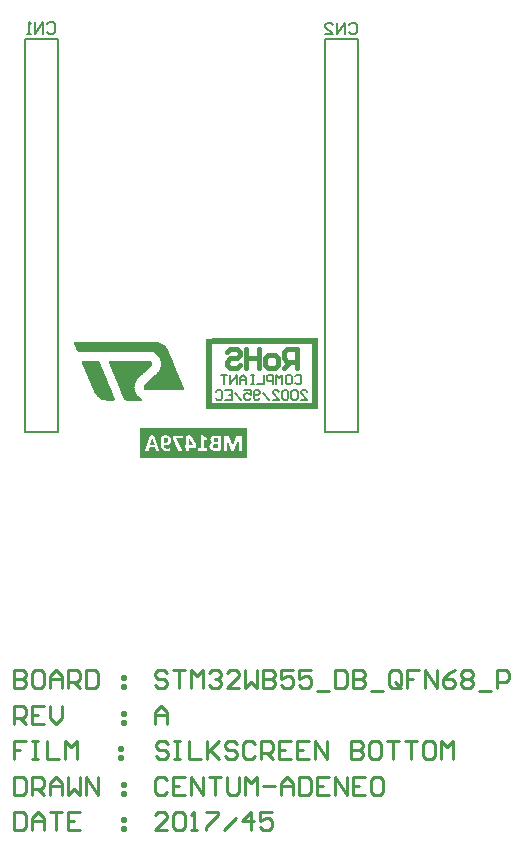
<source format=gbo>
G04 Layer_Color=32896*
%FSLAX44Y44*%
%MOMM*%
G71*
G01*
G75*
%ADD25C,0.4000*%
%ADD26C,0.2000*%
%ADD32C,0.2540*%
%ADD37C,0.0254*%
%ADD62R,0.5000X6.0000*%
%ADD63R,9.0000X0.5000*%
G36*
X197000Y5200D02*
X107000D01*
Y30200D01*
X197000D01*
Y5200D01*
D02*
G37*
%LPC*%
G36*
X174168Y24167D02*
X170488D01*
X170211Y24144D01*
X169887Y24121D01*
X169563Y24075D01*
X169216Y24029D01*
X168892Y23959D01*
X168846D01*
X168753Y23913D01*
X168591Y23867D01*
X168406Y23797D01*
X168174Y23705D01*
X167943Y23612D01*
X167712Y23473D01*
X167503Y23334D01*
X167480Y23311D01*
X167411Y23265D01*
X167295Y23173D01*
X167180Y23057D01*
X167041Y22918D01*
X166879Y22733D01*
X166740Y22548D01*
X166624Y22316D01*
X166601Y22293D01*
X166578Y22201D01*
X166532Y22085D01*
X166462Y21923D01*
X166416Y21692D01*
X166370Y21460D01*
X166346Y21182D01*
X166323Y20882D01*
Y20859D01*
Y20789D01*
Y20697D01*
X166346Y20581D01*
X166370Y20303D01*
X166462Y19979D01*
Y19956D01*
X166485Y19910D01*
X166508Y19840D01*
X166555Y19725D01*
X166647Y19493D01*
X166809Y19216D01*
Y19193D01*
X166856Y19169D01*
X166971Y19030D01*
X167156Y18845D01*
X167388Y18637D01*
X167411D01*
X167434Y18591D01*
X167503Y18545D01*
X167596Y18498D01*
X167827Y18360D01*
X168128Y18221D01*
X168105D01*
X168036Y18197D01*
X167943Y18174D01*
X167804Y18128D01*
X167480Y18012D01*
X167133Y17850D01*
X167110D01*
X167064Y17804D01*
X166971Y17758D01*
X166856Y17688D01*
X166601Y17480D01*
X166323Y17226D01*
X166300Y17203D01*
X166254Y17156D01*
X166208Y17064D01*
X166115Y16971D01*
X166046Y16832D01*
X165953Y16670D01*
X165768Y16300D01*
Y16277D01*
X165745Y16207D01*
X165699Y16092D01*
X165652Y15953D01*
X165629Y15768D01*
X165583Y15560D01*
X165560Y15097D01*
Y15074D01*
Y14981D01*
Y14842D01*
X165583Y14680D01*
X165606Y14495D01*
X165652Y14287D01*
X165768Y13847D01*
Y13824D01*
X165791Y13755D01*
X165837Y13639D01*
X165907Y13523D01*
X166069Y13199D01*
X166300Y12852D01*
X166323Y12829D01*
X166346Y12783D01*
X166416Y12714D01*
X166508Y12598D01*
X166763Y12366D01*
X167087Y12112D01*
X167110Y12089D01*
X167156Y12066D01*
X167272Y11996D01*
X167388Y11927D01*
X167527Y11857D01*
X167712Y11765D01*
X168105Y11603D01*
X168128D01*
X168198Y11580D01*
X168313Y11533D01*
X168452Y11510D01*
X168637Y11464D01*
X168846Y11418D01*
X169308Y11325D01*
X169331D01*
X169424Y11302D01*
X169540D01*
X169725Y11279D01*
X169933Y11256D01*
X170165D01*
X170442Y11233D01*
X174214D01*
X174353Y11256D01*
X174538Y11302D01*
X174723Y11418D01*
X174746Y11464D01*
X174816Y11557D01*
X174908Y11765D01*
X174931Y11880D01*
Y12042D01*
Y23334D01*
Y23358D01*
Y23404D01*
X174908Y23473D01*
Y23589D01*
X174839Y23774D01*
X174792Y23890D01*
X174723Y23959D01*
X174677Y23982D01*
X174561Y24075D01*
X174399Y24144D01*
X174168Y24167D01*
D02*
G37*
G36*
X192031D02*
X189856D01*
X189602Y24121D01*
X189347Y24075D01*
X189324D01*
X189301Y24052D01*
X189162Y24029D01*
X188977Y23936D01*
X188792Y23820D01*
X188769D01*
X188745Y23797D01*
X188653Y23705D01*
X188514Y23566D01*
X188375Y23358D01*
Y23334D01*
X188352Y23311D01*
X188283Y23173D01*
X188190Y22941D01*
X188097Y22663D01*
X185298Y14958D01*
X185251D01*
X182359Y22640D01*
Y22663D01*
X182336Y22710D01*
X182313Y22779D01*
X182290Y22895D01*
X182197Y23103D01*
X182081Y23334D01*
Y23358D01*
X182058Y23381D01*
X181966Y23520D01*
X181850Y23658D01*
X181711Y23820D01*
X181665Y23844D01*
X181572Y23913D01*
X181410Y24005D01*
X181225Y24075D01*
X181202D01*
X181179Y24098D01*
X181040Y24121D01*
X180832Y24144D01*
X180577Y24167D01*
X178657D01*
X178495Y24121D01*
X178356Y24075D01*
X178309Y24052D01*
X178240Y24029D01*
X178124Y23959D01*
X178032Y23867D01*
X178009Y23844D01*
X177962Y23774D01*
X177893Y23681D01*
X177824Y23543D01*
X177801Y23520D01*
X177777Y23427D01*
X177754Y23288D01*
Y23103D01*
Y11580D01*
Y11557D01*
Y11510D01*
X177777Y11441D01*
X177824Y11371D01*
X177870Y11325D01*
X177939Y11302D01*
X178032Y11256D01*
X178055D01*
X178124Y11233D01*
X178263D01*
X178425Y11209D01*
X178472D01*
X178587Y11186D01*
X178772Y11163D01*
X179235D01*
X179420Y11186D01*
X179629Y11209D01*
X179675D01*
X179767Y11233D01*
X179883D01*
X179999Y11256D01*
X180022D01*
X180068Y11279D01*
X180138Y11325D01*
X180207Y11371D01*
Y11394D01*
X180230Y11441D01*
X180253Y11580D01*
Y22108D01*
X180276D01*
X184025Y11580D01*
Y11557D01*
X184048Y11510D01*
X184164Y11348D01*
X184187D01*
X184233Y11302D01*
X184303Y11279D01*
X184418Y11233D01*
X184442D01*
X184511Y11209D01*
X184650D01*
X184812Y11186D01*
X184974D01*
X185136Y11163D01*
X185575D01*
X185760Y11186D01*
X185969Y11209D01*
X186015D01*
X186108Y11233D01*
X186223D01*
X186362Y11256D01*
X186385D01*
X186432Y11279D01*
X186593Y11371D01*
X186617Y11394D01*
X186640Y11441D01*
X186686Y11510D01*
X186709Y11580D01*
X190342Y22108D01*
Y11580D01*
Y11557D01*
Y11510D01*
X190365Y11441D01*
X190411Y11371D01*
X190458Y11325D01*
X190527Y11302D01*
X190620Y11256D01*
X190643D01*
X190712Y11233D01*
X190851D01*
X191013Y11209D01*
X191059D01*
X191175Y11186D01*
X191360Y11163D01*
X191823D01*
X192008Y11186D01*
X192216Y11209D01*
X192263D01*
X192355Y11233D01*
X192471D01*
X192610Y11256D01*
X192633D01*
X192679Y11279D01*
X192749Y11325D01*
X192795Y11371D01*
Y11394D01*
X192818Y11441D01*
X192841Y11580D01*
Y23103D01*
Y23126D01*
Y23196D01*
X192818Y23288D01*
Y23404D01*
X192725Y23658D01*
X192679Y23774D01*
X192586Y23890D01*
X192563Y23913D01*
X192540Y23936D01*
X192471Y23982D01*
X192401Y24029D01*
X192170Y24121D01*
X192031Y24167D01*
D02*
G37*
G36*
X148483Y24237D02*
X147627D01*
X147349Y24214D01*
X147071Y24191D01*
X147002D01*
X146863Y24167D01*
X146678Y24144D01*
X146493Y24121D01*
X146447D01*
X146354Y24098D01*
X146262Y24052D01*
X146169Y23982D01*
X146146Y23959D01*
X146100Y23936D01*
X146076Y23867D01*
X146053Y23797D01*
Y16022D01*
X144873D01*
X144804Y15999D01*
X144711Y15907D01*
X144665Y15860D01*
X144619Y15768D01*
X144595Y15722D01*
X144572Y15652D01*
X144549Y15583D01*
Y15467D01*
X144526Y15328D01*
X144503Y15143D01*
Y14958D01*
Y14935D01*
Y14865D01*
Y14773D01*
X144526Y14657D01*
X144549Y14403D01*
X144572Y14287D01*
X144619Y14171D01*
X144642Y14125D01*
X144688Y14056D01*
X144781Y13963D01*
X144827Y13940D01*
X144896Y13917D01*
X146053D01*
Y11557D01*
Y11533D01*
Y11510D01*
X146076Y11441D01*
X146123Y11371D01*
X146146D01*
X146169Y11325D01*
X146238Y11302D01*
X146354Y11256D01*
X146377D01*
X146447Y11233D01*
X146562D01*
X146724Y11209D01*
X146770D01*
X146886Y11186D01*
X147094Y11163D01*
X147557D01*
X147742Y11186D01*
X147951Y11209D01*
X147997D01*
X148090Y11233D01*
X148205D01*
X148344Y11256D01*
X148367D01*
X148413Y11279D01*
X148483Y11325D01*
X148529Y11371D01*
Y11394D01*
X148552Y11441D01*
X148575Y11557D01*
Y13917D01*
X153620D01*
X153782Y13940D01*
X153805D01*
X153851Y13986D01*
X153897Y14032D01*
X153967Y14102D01*
Y14125D01*
X154013Y14194D01*
X154036Y14287D01*
X154083Y14449D01*
Y14472D01*
Y14495D01*
Y14634D01*
X154106Y14819D01*
Y15097D01*
Y15120D01*
Y15143D01*
Y15282D01*
Y15444D01*
Y15629D01*
Y15652D01*
Y15675D01*
X154083Y15791D01*
Y15930D01*
X154059Y16069D01*
Y16092D01*
X154036Y16184D01*
X153990Y16300D01*
X153967Y16416D01*
X153944Y16439D01*
X153921Y16531D01*
X153851Y16647D01*
X153782Y16786D01*
X149755Y23867D01*
Y23890D01*
X149709Y23913D01*
X149663Y23982D01*
X149593Y24029D01*
X149570Y24052D01*
X149501Y24075D01*
X149408Y24098D01*
X149270Y24144D01*
X149223D01*
X149108Y24167D01*
X148946Y24191D01*
X148714Y24214D01*
X148575D01*
X148483Y24237D01*
D02*
G37*
G36*
X117823D02*
X116574D01*
X116412Y24214D01*
X116203D01*
X116065Y24191D01*
X115903Y24167D01*
X115741Y24121D01*
X115717D01*
X115625Y24075D01*
X115532Y24029D01*
X115463Y23959D01*
X115440Y23936D01*
X115417Y23890D01*
X115347Y23797D01*
X115301Y23681D01*
X111298Y12204D01*
Y12181D01*
X111275Y12135D01*
X111228Y11996D01*
X111182Y11811D01*
X111159Y11626D01*
Y11603D01*
Y11510D01*
Y11418D01*
X111228Y11325D01*
X111251Y11302D01*
X111321Y11279D01*
X111437Y11233D01*
X111622Y11209D01*
X111668D01*
X111737Y11186D01*
X111830D01*
X112061Y11163D01*
X112941D01*
X113195Y11186D01*
X113242D01*
X113357Y11209D01*
X113496D01*
X113635Y11233D01*
X113658D01*
X113704Y11256D01*
X113774Y11302D01*
X113843Y11348D01*
Y11371D01*
X113866Y11418D01*
X113936Y11557D01*
X114792Y14194D01*
X119674D01*
X120484Y11626D01*
Y11603D01*
X120507Y11557D01*
X120600Y11394D01*
X120623Y11371D01*
X120646Y11348D01*
X120716Y11302D01*
X120808Y11256D01*
X120831D01*
X120901Y11233D01*
X121039Y11209D01*
X121225Y11186D01*
X121410D01*
X121618Y11163D01*
X122173D01*
X122405Y11186D01*
X122636Y11209D01*
X122682D01*
X122775Y11233D01*
X122891Y11279D01*
X123006Y11325D01*
X123029Y11348D01*
X123053Y11418D01*
X123076Y11510D01*
Y11649D01*
Y11695D01*
X123029Y11788D01*
X122983Y11973D01*
X122914Y12204D01*
X118911Y23705D01*
Y23728D01*
X118888Y23797D01*
X118841Y23890D01*
X118795Y23959D01*
X118772Y23982D01*
X118726Y24029D01*
X118656Y24075D01*
X118540Y24121D01*
X118517Y24144D01*
X118402Y24167D01*
X118263Y24191D01*
X118055Y24214D01*
X117916D01*
X117823Y24237D01*
D02*
G37*
G36*
X142929Y24167D02*
X135062D01*
X134969Y24144D01*
X134877Y24121D01*
X134854D01*
X134808Y24075D01*
X134738Y24029D01*
X134692Y23959D01*
X134669Y23936D01*
X134646Y23867D01*
X134622Y23774D01*
X134576Y23612D01*
Y23566D01*
X134553Y23473D01*
X134530Y23288D01*
Y23034D01*
Y23010D01*
Y22987D01*
Y22872D01*
Y22710D01*
X134553Y22525D01*
Y22501D01*
X134576Y22409D01*
X134599Y22270D01*
X134622Y22131D01*
Y22108D01*
X134646Y22016D01*
X134669Y21900D01*
X134715Y21784D01*
Y21761D01*
X134738Y21668D01*
X134784Y21553D01*
X134854Y21414D01*
X139111Y11557D01*
Y11533D01*
X139158Y11487D01*
X139273Y11348D01*
X139297D01*
X139343Y11302D01*
X139435Y11279D01*
X139551Y11233D01*
X139574D01*
X139667Y11209D01*
X139806D01*
X139991Y11186D01*
X140176D01*
X140361Y11163D01*
X140939D01*
X141217Y11186D01*
X141495Y11209D01*
X141541D01*
X141657Y11233D01*
X141796Y11256D01*
X141934Y11302D01*
X141958Y11325D01*
X142004Y11348D01*
X142050Y11418D01*
X142096Y11487D01*
Y11510D01*
X142073Y11557D01*
X142050Y11649D01*
X142004Y11765D01*
X137399Y21877D01*
X142883D01*
X142976Y21900D01*
X143091Y21992D01*
X143138Y22039D01*
X143184Y22131D01*
Y22154D01*
X143207Y22178D01*
Y22247D01*
X143230Y22339D01*
X143253Y22478D01*
Y22617D01*
X143277Y22802D01*
Y23010D01*
Y23034D01*
Y23057D01*
Y23196D01*
Y23358D01*
X143253Y23520D01*
Y23566D01*
X143230Y23658D01*
X143207Y23774D01*
X143184Y23890D01*
X143161Y23913D01*
X143138Y23959D01*
X143091Y24029D01*
X143045Y24098D01*
X143022Y24121D01*
X142999Y24144D01*
X142929Y24167D01*
D02*
G37*
G36*
X159497Y24260D02*
X158710D01*
X158525Y24237D01*
X158479D01*
X158386Y24214D01*
X158271Y24191D01*
X158155Y24167D01*
X158132D01*
X158086Y24144D01*
X158039Y24121D01*
X157993Y24075D01*
X157970Y24052D01*
X157947Y23936D01*
Y13269D01*
X155818D01*
X155749Y13246D01*
X155702Y13199D01*
X155679D01*
X155656Y13153D01*
X155610Y13107D01*
X155563Y13014D01*
Y12991D01*
X155540Y12922D01*
X155517Y12829D01*
X155494Y12690D01*
Y12667D01*
X155471Y12575D01*
X155448Y12413D01*
Y12227D01*
Y12204D01*
Y12181D01*
Y12066D01*
X155471Y11904D01*
X155494Y11742D01*
Y11718D01*
X155517Y11626D01*
X155540Y11533D01*
X155587Y11441D01*
Y11418D01*
X155610Y11371D01*
X155656Y11325D01*
X155702Y11279D01*
X155749Y11256D01*
X155864Y11233D01*
X163037D01*
X163130Y11279D01*
X163176Y11325D01*
X163223Y11371D01*
X163269Y11441D01*
Y11464D01*
X163292Y11533D01*
X163315Y11626D01*
X163338Y11742D01*
Y11788D01*
Y11880D01*
X163361Y12042D01*
Y12227D01*
Y12251D01*
Y12274D01*
Y12390D01*
Y12551D01*
X163338Y12690D01*
Y12737D01*
X163315Y12806D01*
X163292Y12922D01*
X163269Y13014D01*
Y13037D01*
X163246Y13084D01*
X163200Y13153D01*
X163153Y13199D01*
X163130Y13223D01*
X163107Y13246D01*
X163061Y13269D01*
X160562D01*
Y21692D01*
X162644Y20535D01*
X162690Y20511D01*
X162783Y20465D01*
X162899Y20419D01*
X163037Y20396D01*
X163200D01*
X163269Y20442D01*
Y20465D01*
X163315Y20511D01*
X163338Y20604D01*
X163361Y20743D01*
Y20789D01*
Y20905D01*
X163385Y21067D01*
Y21321D01*
Y21344D01*
Y21368D01*
Y21460D01*
Y21599D01*
Y21715D01*
Y21738D01*
Y21807D01*
X163338Y21992D01*
Y22016D01*
X163315Y22062D01*
X163223Y22178D01*
X163200Y22201D01*
X163176Y22224D01*
X163037Y22316D01*
X160261Y24121D01*
X160238Y24144D01*
X160145Y24191D01*
X160122D01*
X160076Y24214D01*
X159914D01*
X159844Y24237D01*
X159590D01*
X159497Y24260D01*
D02*
G37*
G36*
X128490Y24399D02*
X128166D01*
X127958Y24376D01*
X127704Y24353D01*
X127449Y24306D01*
X126917Y24167D01*
X126894D01*
X126801Y24121D01*
X126685Y24075D01*
X126524Y24005D01*
X126153Y23820D01*
X125760Y23566D01*
X125737Y23543D01*
X125667Y23496D01*
X125598Y23427D01*
X125482Y23311D01*
X125343Y23173D01*
X125205Y23010D01*
X124950Y22640D01*
X124927Y22617D01*
X124904Y22548D01*
X124834Y22432D01*
X124765Y22270D01*
X124672Y22085D01*
X124603Y21877D01*
X124441Y21391D01*
Y21368D01*
X124418Y21275D01*
X124372Y21136D01*
X124348Y20951D01*
X124302Y20743D01*
X124256Y20488D01*
X124210Y20234D01*
X124186Y19933D01*
Y19887D01*
X124163Y19794D01*
Y19632D01*
X124140Y19424D01*
X124117Y19193D01*
Y18915D01*
X124094Y18614D01*
Y18290D01*
Y18244D01*
Y18151D01*
Y17989D01*
Y17781D01*
X124117Y17527D01*
X124140Y17249D01*
X124186Y16624D01*
Y16578D01*
X124210Y16485D01*
Y16323D01*
X124256Y16115D01*
X124279Y15860D01*
X124348Y15583D01*
X124487Y14981D01*
Y14935D01*
X124534Y14842D01*
X124580Y14680D01*
X124649Y14495D01*
X124742Y14241D01*
X124858Y13986D01*
X125112Y13431D01*
X125135Y13408D01*
X125182Y13315D01*
X125274Y13176D01*
X125390Y13014D01*
X125529Y12806D01*
X125714Y12598D01*
X125899Y12366D01*
X126130Y12158D01*
X126153Y12135D01*
X126246Y12066D01*
X126385Y11973D01*
X126547Y11857D01*
X126778Y11718D01*
X127033Y11580D01*
X127333Y11441D01*
X127657Y11302D01*
X127704Y11279D01*
X127819Y11256D01*
X128005Y11209D01*
X128259Y11163D01*
X128560Y11094D01*
X128907Y11047D01*
X129323Y11024D01*
X129763Y11001D01*
X130041D01*
X130318Y11024D01*
X130619Y11071D01*
X130642D01*
X130689Y11094D01*
X130781D01*
X130874Y11117D01*
X131128Y11163D01*
X131406Y11233D01*
X131429D01*
X131452Y11256D01*
X131614Y11279D01*
X131799Y11325D01*
X132008Y11394D01*
X132054Y11418D01*
X132146Y11464D01*
X132262Y11510D01*
X132355Y11580D01*
X132378Y11603D01*
X132401Y11672D01*
X132447Y11765D01*
X132493Y11904D01*
Y11950D01*
X132517Y12042D01*
X132540Y12227D01*
Y12459D01*
Y12482D01*
Y12528D01*
Y12667D01*
Y12829D01*
Y12991D01*
Y13037D01*
X132517Y13107D01*
X132493Y13199D01*
X132470Y13292D01*
Y13315D01*
X132447Y13361D01*
X132401Y13408D01*
X132378Y13431D01*
X132355D01*
X132331Y13454D01*
X132216Y13477D01*
X132123D01*
X132031Y13454D01*
X131892Y13408D01*
X131846D01*
X131730Y13361D01*
X131568Y13315D01*
X131336Y13246D01*
X131290D01*
X131221Y13223D01*
X131128Y13199D01*
X130897Y13153D01*
X130619Y13107D01*
X130550D01*
X130457Y13084D01*
X130365D01*
X130087Y13061D01*
X129740Y13037D01*
X129601D01*
X129439Y13061D01*
X129254Y13084D01*
X129023Y13107D01*
X128791Y13153D01*
X128560Y13223D01*
X128328Y13315D01*
X128305Y13338D01*
X128236Y13361D01*
X128120Y13431D01*
X127981Y13523D01*
X127843Y13639D01*
X127681Y13778D01*
X127380Y14125D01*
X127357Y14148D01*
X127310Y14217D01*
X127264Y14333D01*
X127171Y14472D01*
X127079Y14634D01*
X127009Y14842D01*
X126917Y15074D01*
X126847Y15305D01*
Y15328D01*
X126824Y15421D01*
X126801Y15560D01*
X126755Y15745D01*
X126732Y15953D01*
X126709Y16184D01*
X126662Y16717D01*
X126685Y16693D01*
X126755Y16670D01*
X126847Y16601D01*
X126963Y16531D01*
X127125Y16462D01*
X127333Y16370D01*
X127542Y16300D01*
X127773Y16207D01*
X127796D01*
X127889Y16184D01*
X128028Y16138D01*
X128190Y16115D01*
X128421Y16069D01*
X128675Y16022D01*
X128953Y15999D01*
X129416D01*
X129624Y16022D01*
X129856D01*
X130133Y16069D01*
X130434Y16115D01*
X130735Y16161D01*
X131013Y16254D01*
X131036Y16277D01*
X131128Y16300D01*
X131267Y16370D01*
X131429Y16462D01*
X131614Y16578D01*
X131823Y16693D01*
X132008Y16855D01*
X132193Y17040D01*
X132216Y17064D01*
X132262Y17133D01*
X132331Y17249D01*
X132447Y17388D01*
X132540Y17573D01*
X132655Y17781D01*
X132748Y18012D01*
X132841Y18267D01*
Y18290D01*
X132864Y18406D01*
X132887Y18545D01*
X132933Y18753D01*
X132956Y19007D01*
X133003Y19285D01*
X133026Y19586D01*
Y19933D01*
Y19979D01*
Y20095D01*
X133003Y20280D01*
X132979Y20511D01*
X132956Y20789D01*
X132910Y21090D01*
X132841Y21414D01*
X132748Y21715D01*
X132725Y21761D01*
X132702Y21853D01*
X132632Y21992D01*
X132517Y22201D01*
X132401Y22409D01*
X132262Y22663D01*
X132077Y22895D01*
X131892Y23126D01*
X131869Y23149D01*
X131776Y23219D01*
X131660Y23334D01*
X131498Y23473D01*
X131290Y23612D01*
X131059Y23774D01*
X130781Y23913D01*
X130480Y24052D01*
X130434Y24075D01*
X130318Y24098D01*
X130156Y24167D01*
X129902Y24237D01*
X129624Y24283D01*
X129277Y24353D01*
X128907Y24376D01*
X128490Y24399D01*
D02*
G37*
%LPD*%
G36*
X172363Y18845D02*
X170697D01*
X170581Y18868D01*
X170280Y18892D01*
X170141Y18915D01*
X170002Y18961D01*
X169979D01*
X169933Y18984D01*
X169794Y19054D01*
X169609Y19169D01*
X169424Y19331D01*
X169378Y19378D01*
X169285Y19493D01*
X169170Y19655D01*
X169077Y19887D01*
Y19910D01*
X169054Y19933D01*
X169031Y20002D01*
X169007Y20095D01*
X168984Y20303D01*
X168961Y20558D01*
Y20581D01*
Y20627D01*
Y20697D01*
X168984Y20789D01*
X169007Y21021D01*
X169100Y21252D01*
Y21275D01*
X169123Y21298D01*
X169193Y21437D01*
X169308Y21599D01*
X169470Y21761D01*
X169517Y21807D01*
X169632Y21877D01*
X169817Y21992D01*
X170072Y22085D01*
X170095D01*
X170141Y22108D01*
X170211Y22131D01*
X170326Y22154D01*
X170465D01*
X170627Y22178D01*
X170812Y22201D01*
X172363D01*
Y18845D01*
D02*
G37*
G36*
Y13246D02*
X170280D01*
X170141Y13269D01*
X169841Y13292D01*
X169540Y13338D01*
X169517D01*
X169470Y13361D01*
X169401Y13384D01*
X169308Y13431D01*
X169100Y13523D01*
X168892Y13685D01*
X168869D01*
X168846Y13732D01*
X168730Y13847D01*
X168591Y14009D01*
X168452Y14241D01*
Y14264D01*
X168429Y14310D01*
X168406Y14380D01*
X168360Y14472D01*
X168313Y14704D01*
X168290Y15004D01*
Y15027D01*
Y15074D01*
Y15166D01*
X168313Y15282D01*
X168360Y15537D01*
X168452Y15814D01*
Y15837D01*
X168475Y15884D01*
X168568Y16022D01*
X168707Y16231D01*
X168892Y16416D01*
X168915D01*
X168938Y16462D01*
X169007Y16508D01*
X169100Y16555D01*
X169331Y16670D01*
X169655Y16786D01*
X169678D01*
X169725Y16809D01*
X169841Y16832D01*
X169956Y16855D01*
X170141Y16879D01*
X170326Y16902D01*
X170558Y16925D01*
X172363D01*
Y13246D01*
D02*
G37*
G36*
X152000Y16022D02*
X148575D01*
Y21969D01*
X148598D01*
X152000Y16022D01*
D02*
G37*
G36*
X119073Y16207D02*
X115417D01*
X117245Y21715D01*
X119073Y16207D01*
D02*
G37*
G36*
X128907Y22363D02*
X129161Y22316D01*
X129439Y22201D01*
X129462D01*
X129485Y22178D01*
X129647Y22085D01*
X129832Y21946D01*
X130018Y21738D01*
Y21715D01*
X130041Y21692D01*
X130087Y21622D01*
X130133Y21530D01*
X130249Y21298D01*
X130342Y21021D01*
Y20997D01*
X130365Y20951D01*
Y20859D01*
X130388Y20743D01*
X130411Y20465D01*
X130434Y20118D01*
Y20095D01*
Y20025D01*
Y19933D01*
X130411Y19794D01*
X130388Y19493D01*
X130342Y19169D01*
Y19146D01*
X130318Y19100D01*
X130295Y19030D01*
X130272Y18938D01*
X130180Y18730D01*
X130064Y18498D01*
X130018Y18452D01*
X129925Y18360D01*
X129740Y18221D01*
X129532Y18105D01*
X129508D01*
X129462Y18082D01*
X129393Y18059D01*
X129300D01*
X129046Y18012D01*
X128722Y17989D01*
X128513D01*
X128375Y18012D01*
X128213Y18036D01*
X128028Y18059D01*
X127634Y18151D01*
X127611D01*
X127542Y18174D01*
X127449Y18221D01*
X127333Y18290D01*
X127033Y18429D01*
X126709Y18614D01*
Y18637D01*
Y18660D01*
Y18799D01*
Y19007D01*
X126732Y19239D01*
Y19540D01*
X126755Y19840D01*
X126801Y20141D01*
X126847Y20419D01*
Y20442D01*
X126871Y20535D01*
X126894Y20673D01*
X126940Y20835D01*
X127033Y21206D01*
X127102Y21391D01*
X127195Y21576D01*
Y21599D01*
X127241Y21645D01*
X127287Y21715D01*
X127357Y21830D01*
X127542Y22016D01*
X127657Y22131D01*
X127796Y22201D01*
X127819D01*
X127866Y22224D01*
X127935Y22270D01*
X128028Y22293D01*
X128282Y22363D01*
X128629Y22386D01*
X128791D01*
X128907Y22363D01*
D02*
G37*
D25*
X239300Y81500D02*
Y97495D01*
X231303D01*
X228637Y94829D01*
Y89497D01*
X231303Y86832D01*
X239300D01*
X233968D02*
X228637Y81500D01*
X220639D02*
X215308D01*
X212642Y84166D01*
Y89497D01*
X215308Y92163D01*
X220639D01*
X223305Y89497D01*
Y84166D01*
X220639Y81500D01*
X207310Y97495D02*
Y81500D01*
Y89497D01*
X196647D01*
Y97495D01*
Y81500D01*
X180652Y94829D02*
X183318Y97495D01*
X188650D01*
X191316Y94829D01*
Y92163D01*
X188650Y89497D01*
X183318D01*
X180652Y86832D01*
Y84166D01*
X183318Y81500D01*
X188650D01*
X191316Y84166D01*
D26*
X9030Y27230D02*
Y359970D01*
Y27230D02*
X36970D01*
Y359970D01*
X9030D02*
X36970D01*
X263030Y27230D02*
Y359970D01*
Y27230D02*
X290970D01*
Y359970D01*
X263030D02*
X290970D01*
X27736Y372831D02*
X29402Y374497D01*
X32734D01*
X34400Y372831D01*
Y366166D01*
X32734Y364500D01*
X29402D01*
X27736Y366166D01*
X24403Y364500D02*
Y374497D01*
X17739Y364500D01*
Y374497D01*
X14406Y364500D02*
X11074D01*
X12740D01*
Y374497D01*
X14406Y372831D01*
X283435Y372131D02*
X285102Y373797D01*
X288434D01*
X290100Y372131D01*
Y365466D01*
X288434Y363800D01*
X285102D01*
X283435Y365466D01*
X280103Y363800D02*
Y373797D01*
X273439Y363800D01*
Y373797D01*
X263442Y363800D02*
X270106D01*
X263442Y370465D01*
Y372131D01*
X265108Y373797D01*
X268440D01*
X270106Y372131D01*
X242964Y54562D02*
X248296D01*
X242964Y59894D01*
Y61227D01*
X244297Y62559D01*
X246963D01*
X248296Y61227D01*
X240299D02*
X238966Y62559D01*
X236300D01*
X234967Y61227D01*
Y55895D01*
X236300Y54562D01*
X238966D01*
X240299Y55895D01*
Y61227D01*
X232301D02*
X230968Y62559D01*
X228302D01*
X226970Y61227D01*
Y55895D01*
X228302Y54562D01*
X230968D01*
X232301Y55895D01*
Y61227D01*
X218972Y54562D02*
X224304D01*
X218972Y59894D01*
Y61227D01*
X220305Y62559D01*
X222971D01*
X224304Y61227D01*
X216306Y54562D02*
X210975Y59894D01*
X208309Y55895D02*
X206976Y54562D01*
X204310D01*
X202977Y55895D01*
Y61227D01*
X204310Y62559D01*
X206976D01*
X208309Y61227D01*
Y59894D01*
X206976Y58561D01*
X202977D01*
X194980Y62559D02*
X200312D01*
Y58561D01*
X197646Y59894D01*
X196313D01*
X194980Y58561D01*
Y55895D01*
X196313Y54562D01*
X198979D01*
X200312Y55895D01*
X192314Y54562D02*
X186982Y59894D01*
X178985Y62559D02*
X184317D01*
Y54562D01*
X178985D01*
X184317Y58561D02*
X181651D01*
X170988Y61227D02*
X172320Y62559D01*
X174986D01*
X176319Y61227D01*
Y55895D01*
X174986Y54562D01*
X172320D01*
X170988Y55895D01*
X237968Y74165D02*
X239301Y75497D01*
X241967D01*
X243300Y74165D01*
Y68833D01*
X241967Y67500D01*
X239301D01*
X237968Y68833D01*
X231304Y75497D02*
X233970D01*
X235303Y74165D01*
Y68833D01*
X233970Y67500D01*
X231304D01*
X229971Y68833D01*
Y74165D01*
X231304Y75497D01*
X227305Y67500D02*
Y75497D01*
X224639Y72832D01*
X221973Y75497D01*
Y67500D01*
X219308D02*
Y75497D01*
X215309D01*
X213976Y74165D01*
Y71499D01*
X215309Y70166D01*
X219308D01*
X211310Y75497D02*
Y67500D01*
X205979D01*
X203313Y75497D02*
X200647D01*
X201980D01*
Y67500D01*
X203313D01*
X200647D01*
X196648D02*
Y72832D01*
X193983Y75497D01*
X191317Y72832D01*
Y67500D01*
Y71499D01*
X196648D01*
X188651Y67500D02*
Y75497D01*
X183319Y67500D01*
Y75497D01*
X180653D02*
X175322D01*
X177988D01*
Y67500D01*
D32*
X130157Y-237304D02*
X127618Y-234765D01*
X122539D01*
X120000Y-237304D01*
Y-239843D01*
X122539Y-242383D01*
X127618D01*
X130157Y-244922D01*
Y-247461D01*
X127618Y-250000D01*
X122539D01*
X120000Y-247461D01*
X135235Y-234765D02*
X140313D01*
X137774D01*
Y-250000D01*
X135235D01*
X140313D01*
X147931Y-234765D02*
Y-250000D01*
X158088D01*
X163166Y-234765D02*
Y-250000D01*
Y-244922D01*
X173323Y-234765D01*
X165705Y-242383D01*
X173323Y-250000D01*
X188558Y-237304D02*
X186019Y-234765D01*
X180940D01*
X178401Y-237304D01*
Y-239843D01*
X180940Y-242383D01*
X186019D01*
X188558Y-244922D01*
Y-247461D01*
X186019Y-250000D01*
X180940D01*
X178401Y-247461D01*
X203793Y-237304D02*
X201254Y-234765D01*
X196175D01*
X193636Y-237304D01*
Y-247461D01*
X196175Y-250000D01*
X201254D01*
X203793Y-247461D01*
X208871Y-250000D02*
Y-234765D01*
X216489D01*
X219028Y-237304D01*
Y-242383D01*
X216489Y-244922D01*
X208871D01*
X213950D02*
X219028Y-250000D01*
X234263Y-234765D02*
X224106D01*
Y-250000D01*
X234263D01*
X224106Y-242383D02*
X229185D01*
X249498Y-234765D02*
X239341D01*
Y-250000D01*
X249498D01*
X239341Y-242383D02*
X244420D01*
X254576Y-250000D02*
Y-234765D01*
X264733Y-250000D01*
Y-234765D01*
X285047D02*
Y-250000D01*
X292664D01*
X295203Y-247461D01*
Y-244922D01*
X292664Y-242383D01*
X285047D01*
X292664D01*
X295203Y-239843D01*
Y-237304D01*
X292664Y-234765D01*
X285047D01*
X307899D02*
X302821D01*
X300282Y-237304D01*
Y-247461D01*
X302821Y-250000D01*
X307899D01*
X310438Y-247461D01*
Y-237304D01*
X307899Y-234765D01*
X315517D02*
X325673D01*
X320595D01*
Y-250000D01*
X330752Y-234765D02*
X340909D01*
X335830D01*
Y-250000D01*
X353604Y-234765D02*
X348526D01*
X345987Y-237304D01*
Y-247461D01*
X348526Y-250000D01*
X353604D01*
X356144Y-247461D01*
Y-237304D01*
X353604Y-234765D01*
X361222Y-250000D02*
Y-234765D01*
X366300Y-239843D01*
X371379Y-234765D01*
Y-250000D01*
X0Y-174765D02*
Y-190000D01*
X7617D01*
X10157Y-187461D01*
Y-184922D01*
X7617Y-182383D01*
X0D01*
X7617D01*
X10157Y-179843D01*
Y-177304D01*
X7617Y-174765D01*
X0D01*
X22853D02*
X17774D01*
X15235Y-177304D01*
Y-187461D01*
X17774Y-190000D01*
X22853D01*
X25392Y-187461D01*
Y-177304D01*
X22853Y-174765D01*
X30470Y-190000D02*
Y-179843D01*
X35549Y-174765D01*
X40627Y-179843D01*
Y-190000D01*
Y-182383D01*
X30470D01*
X45705Y-190000D02*
Y-174765D01*
X53323D01*
X55862Y-177304D01*
Y-182383D01*
X53323Y-184922D01*
X45705D01*
X50784D02*
X55862Y-190000D01*
X60940Y-174765D02*
Y-190000D01*
X68558D01*
X71097Y-187461D01*
Y-177304D01*
X68558Y-174765D01*
X60940D01*
X91410Y-179843D02*
X93950D01*
Y-182383D01*
X91410D01*
Y-179843D01*
Y-187461D02*
X93950D01*
Y-190000D01*
X91410D01*
Y-187461D01*
X129498Y-177304D02*
X126959Y-174765D01*
X121881D01*
X119341Y-177304D01*
Y-179843D01*
X121881Y-182383D01*
X126959D01*
X129498Y-184922D01*
Y-187461D01*
X126959Y-190000D01*
X121881D01*
X119341Y-187461D01*
X134577Y-174765D02*
X144733D01*
X139655D01*
Y-190000D01*
X149811D02*
Y-174765D01*
X154890Y-179843D01*
X159968Y-174765D01*
Y-190000D01*
X165047Y-177304D02*
X167586Y-174765D01*
X172664D01*
X175203Y-177304D01*
Y-179843D01*
X172664Y-182383D01*
X170125D01*
X172664D01*
X175203Y-184922D01*
Y-187461D01*
X172664Y-190000D01*
X167586D01*
X165047Y-187461D01*
X190438Y-190000D02*
X180282D01*
X190438Y-179843D01*
Y-177304D01*
X187899Y-174765D01*
X182821D01*
X180282Y-177304D01*
X195517Y-174765D02*
Y-190000D01*
X200595Y-184922D01*
X205674Y-190000D01*
Y-174765D01*
X210752D02*
Y-190000D01*
X218369D01*
X220909Y-187461D01*
Y-184922D01*
X218369Y-182383D01*
X210752D01*
X218369D01*
X220909Y-179843D01*
Y-177304D01*
X218369Y-174765D01*
X210752D01*
X236144D02*
X225987D01*
Y-182383D01*
X231065Y-179843D01*
X233604D01*
X236144Y-182383D01*
Y-187461D01*
X233604Y-190000D01*
X228526D01*
X225987Y-187461D01*
X251379Y-174765D02*
X241222D01*
Y-182383D01*
X246300Y-179843D01*
X248839D01*
X251379Y-182383D01*
Y-187461D01*
X248839Y-190000D01*
X243761D01*
X241222Y-187461D01*
X256457Y-192539D02*
X266614D01*
X271692Y-174765D02*
Y-190000D01*
X279310D01*
X281849Y-187461D01*
Y-177304D01*
X279310Y-174765D01*
X271692D01*
X286927D02*
Y-190000D01*
X294545D01*
X297084Y-187461D01*
Y-184922D01*
X294545Y-182383D01*
X286927D01*
X294545D01*
X297084Y-179843D01*
Y-177304D01*
X294545Y-174765D01*
X286927D01*
X302162Y-192539D02*
X312319D01*
X327554Y-187461D02*
Y-177304D01*
X325015Y-174765D01*
X319937D01*
X317397Y-177304D01*
Y-187461D01*
X319937Y-190000D01*
X325015D01*
X322476Y-184922D02*
X327554Y-190000D01*
X325015D02*
X327554Y-187461D01*
X342789Y-174765D02*
X332632D01*
Y-182383D01*
X337711D01*
X332632D01*
Y-190000D01*
X347868D02*
Y-174765D01*
X358024Y-190000D01*
Y-174765D01*
X373259D02*
X368181Y-177304D01*
X363103Y-182383D01*
Y-187461D01*
X365642Y-190000D01*
X370720D01*
X373259Y-187461D01*
Y-184922D01*
X370720Y-182383D01*
X363103D01*
X378338Y-177304D02*
X380877Y-174765D01*
X385955D01*
X388494Y-177304D01*
Y-179843D01*
X385955Y-182383D01*
X388494Y-184922D01*
Y-187461D01*
X385955Y-190000D01*
X380877D01*
X378338Y-187461D01*
Y-184922D01*
X380877Y-182383D01*
X378338Y-179843D01*
Y-177304D01*
X380877Y-182383D02*
X385955D01*
X393573Y-192539D02*
X403729D01*
X408808Y-190000D02*
Y-174765D01*
X416425D01*
X418965Y-177304D01*
Y-182383D01*
X416425Y-184922D01*
X408808D01*
X0Y-220000D02*
Y-204765D01*
X7617D01*
X10157Y-207304D01*
Y-212383D01*
X7617Y-214922D01*
X0D01*
X5078D02*
X10157Y-220000D01*
X25392Y-204765D02*
X15235D01*
Y-220000D01*
X25392D01*
X15235Y-212383D02*
X20313D01*
X30470Y-204765D02*
Y-214922D01*
X35549Y-220000D01*
X40627Y-214922D01*
Y-204765D01*
X91410Y-209843D02*
X93950D01*
Y-212383D01*
X91410D01*
Y-209843D01*
Y-217461D02*
X93950D01*
Y-220000D01*
X91410D01*
Y-217461D01*
X119341Y-220000D02*
Y-209843D01*
X124420Y-204765D01*
X129498Y-209843D01*
Y-220000D01*
Y-212383D01*
X119341D01*
X10157Y-234765D02*
X0D01*
Y-242383D01*
X5078D01*
X0D01*
Y-250000D01*
X15235Y-234765D02*
X20313D01*
X17774D01*
Y-250000D01*
X15235D01*
X20313D01*
X27931Y-234765D02*
Y-250000D01*
X38088D01*
X43166D02*
Y-234765D01*
X48244Y-239843D01*
X53323Y-234765D01*
Y-250000D01*
X88871Y-239843D02*
X91410D01*
Y-242383D01*
X88871D01*
Y-239843D01*
Y-247461D02*
X91410D01*
Y-250000D01*
X88871D01*
Y-247461D01*
X0Y-264765D02*
Y-280000D01*
X7617D01*
X10157Y-277461D01*
Y-267304D01*
X7617Y-264765D01*
X0D01*
X15235Y-280000D02*
Y-264765D01*
X22853D01*
X25392Y-267304D01*
Y-272383D01*
X22853Y-274922D01*
X15235D01*
X20313D02*
X25392Y-280000D01*
X30470D02*
Y-269843D01*
X35549Y-264765D01*
X40627Y-269843D01*
Y-280000D01*
Y-272383D01*
X30470D01*
X45705Y-264765D02*
Y-280000D01*
X50784Y-274922D01*
X55862Y-280000D01*
Y-264765D01*
X60940Y-280000D02*
Y-264765D01*
X71097Y-280000D01*
Y-264765D01*
X91410Y-269843D02*
X93950D01*
Y-272383D01*
X91410D01*
Y-269843D01*
Y-277461D02*
X93950D01*
Y-280000D01*
X91410D01*
Y-277461D01*
X129498Y-267304D02*
X126959Y-264765D01*
X121881D01*
X119341Y-267304D01*
Y-277461D01*
X121881Y-280000D01*
X126959D01*
X129498Y-277461D01*
X144733Y-264765D02*
X134577D01*
Y-280000D01*
X144733D01*
X134577Y-272383D02*
X139655D01*
X149811Y-280000D02*
Y-264765D01*
X159968Y-280000D01*
Y-264765D01*
X165047D02*
X175203D01*
X170125D01*
Y-280000D01*
X180282Y-264765D02*
Y-277461D01*
X182821Y-280000D01*
X187899D01*
X190438Y-277461D01*
Y-264765D01*
X195517Y-280000D02*
Y-264765D01*
X200595Y-269843D01*
X205674Y-264765D01*
Y-280000D01*
X210752Y-272383D02*
X220909D01*
X225987Y-280000D02*
Y-269843D01*
X231065Y-264765D01*
X236144Y-269843D01*
Y-280000D01*
Y-272383D01*
X225987D01*
X241222Y-264765D02*
Y-280000D01*
X248839D01*
X251379Y-277461D01*
Y-267304D01*
X248839Y-264765D01*
X241222D01*
X266614D02*
X256457D01*
Y-280000D01*
X266614D01*
X256457Y-272383D02*
X261535D01*
X271692Y-280000D02*
Y-264765D01*
X281849Y-280000D01*
Y-264765D01*
X297084D02*
X286927D01*
Y-280000D01*
X297084D01*
X286927Y-272383D02*
X292006D01*
X309780Y-264765D02*
X304701D01*
X302162Y-267304D01*
Y-277461D01*
X304701Y-280000D01*
X309780D01*
X312319Y-277461D01*
Y-267304D01*
X309780Y-264765D01*
X0Y-294765D02*
Y-310000D01*
X7617D01*
X10157Y-307461D01*
Y-297304D01*
X7617Y-294765D01*
X0D01*
X15235Y-310000D02*
Y-299843D01*
X20313Y-294765D01*
X25392Y-299843D01*
Y-310000D01*
Y-302383D01*
X15235D01*
X30470Y-294765D02*
X40627D01*
X35549D01*
Y-310000D01*
X55862Y-294765D02*
X45705D01*
Y-310000D01*
X55862D01*
X45705Y-302383D02*
X50784D01*
X91410Y-299843D02*
X93950D01*
Y-302383D01*
X91410D01*
Y-299843D01*
Y-307461D02*
X93950D01*
Y-310000D01*
X91410D01*
Y-307461D01*
X129498Y-310000D02*
X119341D01*
X129498Y-299843D01*
Y-297304D01*
X126959Y-294765D01*
X121881D01*
X119341Y-297304D01*
X134577D02*
X137116Y-294765D01*
X142194D01*
X144733Y-297304D01*
Y-307461D01*
X142194Y-310000D01*
X137116D01*
X134577Y-307461D01*
Y-297304D01*
X149811Y-310000D02*
X154890D01*
X152351D01*
Y-294765D01*
X149811Y-297304D01*
X162507Y-294765D02*
X172664D01*
Y-297304D01*
X162507Y-307461D01*
Y-310000D01*
X177743D02*
X187899Y-299843D01*
X200595Y-310000D02*
Y-294765D01*
X192978Y-302383D01*
X203134D01*
X218369Y-294765D02*
X208213D01*
Y-302383D01*
X213291Y-299843D01*
X215830D01*
X218369Y-302383D01*
Y-307461D01*
X215830Y-310000D01*
X210752D01*
X208213Y-307461D01*
D37*
X51618Y103454D02*
X119944D01*
X51110Y103200D02*
X120960D01*
X51110Y102946D02*
X122230D01*
X51110Y102692D02*
X122738D01*
X51110Y102438D02*
X123500D01*
X51110Y102184D02*
X124008D01*
X51110Y101930D02*
X124516D01*
X51110Y101676D02*
X125024D01*
X51364Y101422D02*
X125278D01*
X51364Y101168D02*
X125786D01*
X51618Y100914D02*
X126040D01*
X51618Y100660D02*
X126548D01*
X51618Y100406D02*
X126802D01*
X51872Y100152D02*
X127056D01*
X51872Y99898D02*
X127310D01*
X52126Y99644D02*
X127564D01*
X52126Y99390D02*
X127818D01*
X52380Y99136D02*
X128072D01*
X52380Y98882D02*
X128072D01*
X52380Y98628D02*
X128326D01*
X52634Y98374D02*
X128580D01*
X52634Y98120D02*
X128580D01*
X52634Y97866D02*
X128834D01*
X52888Y97612D02*
X129088D01*
X52888Y97358D02*
X129088D01*
X53142Y97104D02*
X129342D01*
X53142Y96850D02*
X129596D01*
X53396Y96596D02*
X129596D01*
X53650Y96342D02*
X129596D01*
X54158Y96088D02*
X129850D01*
X115626Y95834D02*
X129850D01*
X116388Y95580D02*
X129850D01*
X117404Y95326D02*
X130104D01*
X118166Y95072D02*
X130358D01*
X118420Y94818D02*
X130358D01*
X118674Y94564D02*
X130358D01*
X119182Y94310D02*
X130612D01*
X119690Y94056D02*
X130612D01*
X120198Y93802D02*
X130612D01*
X120452Y93548D02*
X130866D01*
X120706Y93294D02*
X130866D01*
X120960Y93040D02*
X131120D01*
X121214Y92786D02*
X131120D01*
X121468Y92532D02*
X131374D01*
X121722Y92278D02*
X131374D01*
X121976Y92024D02*
X131628D01*
X122230Y91770D02*
X131628D01*
X122484Y91516D02*
X131628D01*
X122484Y91262D02*
X131882D01*
X122738Y91008D02*
X131882D01*
X122992Y90754D02*
X131882D01*
X122992Y90500D02*
X132136D01*
X122992Y90246D02*
X132136D01*
X123246Y89992D02*
X132390D01*
X123500Y89738D02*
X132390D01*
X123500Y89484D02*
X132644D01*
X123754Y89230D02*
X132644D01*
X123754Y88976D02*
X132644D01*
X123754Y88722D02*
X132898D01*
X124008Y88468D02*
X132898D01*
X124008Y88214D02*
X133152D01*
X124008Y87960D02*
X133152D01*
X124262Y87706D02*
X133406D01*
X124262Y87452D02*
X133406D01*
X124262Y87198D02*
X133406D01*
X80828D02*
X114356D01*
X57968D02*
X70922D01*
X124262Y86944D02*
X133660D01*
X80574D02*
X114864D01*
X57714D02*
X71176D01*
X124516Y86690D02*
X133660D01*
X80574D02*
X115118D01*
X57714D02*
X71430D01*
X124516Y86436D02*
X133660D01*
X80574D02*
X115372D01*
X57714D02*
X71684D01*
X124516Y86182D02*
X133914D01*
X80574D02*
X115626D01*
X57460D02*
X71684D01*
X124262Y85928D02*
X133914D01*
X80574D02*
X115626D01*
X57460D02*
X71938D01*
X124516Y85674D02*
X134168D01*
X80828D02*
X115880D01*
X57714D02*
X71938D01*
X124516Y85420D02*
X134168D01*
X80828D02*
X115880D01*
X57968D02*
X72192D01*
X124516Y85166D02*
X134422D01*
X80828D02*
X115880D01*
X57968D02*
X72192D01*
X124516Y84912D02*
X134422D01*
X81082D02*
X115880D01*
X57968D02*
X72192D01*
X124516Y84658D02*
X134676D01*
X81336D02*
X115626D01*
X58222D02*
X72446D01*
X124516Y84404D02*
X134676D01*
X81336D02*
X115626D01*
X58222D02*
X72446D01*
X124516Y84150D02*
X134676D01*
X81336D02*
X115626D01*
X58476D02*
X72700D01*
X124516Y83896D02*
X134930D01*
X81590D02*
X115626D01*
X58476D02*
X72700D01*
X124516Y83642D02*
X134930D01*
X81590D02*
X115372D01*
X58476D02*
X72954D01*
X124516Y83388D02*
X134930D01*
X81590D02*
X115372D01*
X58730D02*
X72954D01*
X124516Y83134D02*
X135184D01*
X81844D02*
X115118D01*
X58730D02*
X72954D01*
X124262Y82880D02*
X135184D01*
X81844D02*
X114864D01*
X58984D02*
X73208D01*
X124262Y82626D02*
X135438D01*
X82098D02*
X114610D01*
X58984D02*
X73208D01*
X124008Y82372D02*
X135438D01*
X82098D02*
X114102D01*
X59238D02*
X73208D01*
X124008Y82118D02*
X135692D01*
X82098D02*
X113848D01*
X59238D02*
X73462D01*
X124008Y81864D02*
X135692D01*
X82352D02*
X113594D01*
X59238D02*
X73462D01*
X123754Y81610D02*
X135692D01*
X82352D02*
X113340D01*
X59492D02*
X73716D01*
X123754Y81356D02*
X135946D01*
X82606D02*
X113086D01*
X59492D02*
X73716D01*
X123754Y81102D02*
X135946D01*
X82606D02*
X112832D01*
X59746D02*
X73970D01*
X123500Y80848D02*
X136200D01*
X82606D02*
X112578D01*
X59746D02*
X73970D01*
X123500Y80594D02*
X136200D01*
X82860D02*
X112324D01*
X59746D02*
X74224D01*
X123246Y80340D02*
X136200D01*
X82860D02*
X112070D01*
X60000D02*
X74224D01*
X123246Y80086D02*
X136454D01*
X83114D02*
X111816D01*
X60000D02*
X74224D01*
X122992Y79832D02*
X136454D01*
X83114D02*
X111562D01*
X60254D02*
X74478D01*
X122992Y79578D02*
X136708D01*
X83368D02*
X111308D01*
X60254D02*
X74478D01*
X122738Y79324D02*
X136708D01*
X83368D02*
X111054D01*
X60508D02*
X74732D01*
X122738Y79070D02*
X136962D01*
X83368D02*
X110800D01*
X60508D02*
X74732D01*
X122484Y78816D02*
X136962D01*
X83622D02*
X110546D01*
X60508D02*
X74732D01*
X122484Y78562D02*
X136962D01*
X83622D02*
X110292D01*
X60762D02*
X74986D01*
X122230Y78308D02*
X137216D01*
X83622D02*
X109784D01*
X60762D02*
X74986D01*
X121976Y78054D02*
X137216D01*
X83876D02*
X109530D01*
X61016D02*
X75240D01*
X121722Y77800D02*
X137470D01*
X83876D02*
X109276D01*
X61016D02*
X75240D01*
X121468Y77546D02*
X137470D01*
X84130D02*
X109022D01*
X61270D02*
X75494D01*
X121214Y77292D02*
X137470D01*
X84130D02*
X108768D01*
X61270D02*
X75494D01*
X120960Y77038D02*
X137724D01*
X84384D02*
X108514D01*
X61270D02*
X75494D01*
X120706Y76784D02*
X137724D01*
X84384D02*
X108260D01*
X61524D02*
X75748D01*
X120452Y76530D02*
X137978D01*
X84384D02*
X108006D01*
X61524D02*
X75748D01*
X120198Y76276D02*
X137978D01*
X84638D02*
X107498D01*
X61778D02*
X76002D01*
X119944Y76022D02*
X137978D01*
X84638D02*
X107244D01*
X61778D02*
X76002D01*
X119690Y75768D02*
X138232D01*
X84892D02*
X106990D01*
X61778D02*
X76256D01*
X119436Y75514D02*
X138232D01*
X84892D02*
X106736D01*
X62032D02*
X76256D01*
X119182Y75260D02*
X138486D01*
X85146D02*
X106482D01*
X62032D02*
X76256D01*
X118928Y75006D02*
X138486D01*
X85146D02*
X106228D01*
X62286D02*
X76510D01*
X118674Y74752D02*
X138740D01*
X85146D02*
X105974D01*
X62286D02*
X76510D01*
X118166Y74498D02*
X138740D01*
X85400D02*
X105720D01*
X62540D02*
X76510D01*
X117912Y74244D02*
X138740D01*
X85400D02*
X105466D01*
X62540D02*
X76764D01*
X117658Y73990D02*
X138994D01*
X85654D02*
X105212D01*
X62540D02*
X76764D01*
X117404Y73736D02*
X138994D01*
X85654D02*
X104958D01*
X62794D02*
X77018D01*
X117150Y73482D02*
X139248D01*
X85654D02*
X104704D01*
X62794D02*
X77018D01*
X116896Y73228D02*
X139248D01*
X85908D02*
X104450D01*
X63048D02*
X77272D01*
X116642Y72974D02*
X139248D01*
X85908D02*
X104196D01*
X63048D02*
X77272D01*
X116388Y72720D02*
X139502D01*
X86162D02*
X103942D01*
X63048D02*
X77272D01*
X116134Y72466D02*
X139502D01*
X86162D02*
X103688D01*
X63302D02*
X77526D01*
X115880Y72212D02*
X139756D01*
X86162D02*
X103434D01*
X63302D02*
X77526D01*
X115372Y71958D02*
X139756D01*
X86416D02*
X103434D01*
X63556D02*
X77780D01*
X115372Y71704D02*
X140010D01*
X86416D02*
X103180D01*
X63556D02*
X77780D01*
X115118Y71450D02*
X140010D01*
X86416D02*
X102926D01*
X63810D02*
X77780D01*
X114610Y71196D02*
X140010D01*
X86670D02*
X102926D01*
X63810D02*
X78034D01*
X114610Y70942D02*
X140264D01*
X86924D02*
X102672D01*
X63810D02*
X78034D01*
X114356Y70688D02*
X140264D01*
X86924D02*
X102672D01*
X64064D02*
X78288D01*
X113848Y70434D02*
X140518D01*
X86924D02*
X102418D01*
X64064D02*
X78288D01*
X113594Y70180D02*
X140518D01*
X87178D02*
X102164D01*
X64318D02*
X78542D01*
X113340Y69926D02*
X140772D01*
X87178D02*
X102164D01*
X64318D02*
X78542D01*
X113086Y69672D02*
X140772D01*
X87178D02*
X102164D01*
X64572D02*
X78542D01*
X112832Y69418D02*
X140772D01*
X87432D02*
X101910D01*
X64572D02*
X78796D01*
X112578Y69164D02*
X141026D01*
X87432D02*
X101910D01*
X64826D02*
X78796D01*
X112324Y68910D02*
X141026D01*
X87686D02*
X101910D01*
X64826D02*
X79050D01*
X112070Y68656D02*
X141026D01*
X87686D02*
X101656D01*
X64826D02*
X79050D01*
X111816Y68402D02*
X141280D01*
X87940D02*
X101656D01*
X65080D02*
X79050D01*
X111308Y68148D02*
X141280D01*
X87940D02*
X101656D01*
X65080D02*
X79304D01*
X111054Y67894D02*
X141534D01*
X87940D02*
X101402D01*
X65080D02*
X79304D01*
X110800Y67640D02*
X141534D01*
X88194D02*
X101402D01*
X65334D02*
X79558D01*
X110546Y67386D02*
X141788D01*
X88194D02*
X101402D01*
X65334D02*
X79558D01*
X110292Y67132D02*
X141788D01*
X88448D02*
X101402D01*
X65588D02*
X79812D01*
X110038Y66878D02*
X141788D01*
X88448D02*
X101402D01*
X65588D02*
X79812D01*
X109784Y66624D02*
X142042D01*
X88448D02*
X101402D01*
X65842D02*
X79812D01*
X109784Y66370D02*
X142042D01*
X88702D02*
X101402D01*
X65842D02*
X80066D01*
X109784Y66116D02*
X142296D01*
X88702D02*
X101402D01*
X66096D02*
X80066D01*
X109784Y65862D02*
X142296D01*
X88956D02*
X101148D01*
X66096D02*
X80320D01*
X109784Y65608D02*
X142296D01*
X88956D02*
X101148D01*
X66096D02*
X80320D01*
X109784Y65354D02*
X142550D01*
X88956D02*
X101148D01*
X66350D02*
X80574D01*
X109784Y65100D02*
X142550D01*
X89210D02*
X101148D01*
X66350D02*
X80574D01*
X109784Y64846D02*
X142804D01*
X89210D02*
X101148D01*
X66350D02*
X80574D01*
X109784Y64592D02*
X142804D01*
X89464D02*
X101148D01*
X66604D02*
X80828D01*
X109784Y64338D02*
X143058D01*
X89464D02*
X101402D01*
X66604D02*
X80828D01*
X110038Y64084D02*
X143058D01*
X89464D02*
X101402D01*
X66858D02*
X81082D01*
X110292Y63830D02*
X143058D01*
X89718D02*
X101402D01*
X66858D02*
X81082D01*
X110546Y63576D02*
X142804D01*
X89718D02*
X101402D01*
X67112D02*
X81082D01*
X111054Y63322D02*
X142550D01*
X89972D02*
X101402D01*
X67112D02*
X81336D01*
X89972Y63068D02*
X101402D01*
X67366D02*
X81336D01*
X90226Y62814D02*
X101402D01*
X67366D02*
X81590D01*
X90226Y62560D02*
X101656D01*
X67366D02*
X81590D01*
X90226Y62306D02*
X101656D01*
X67620D02*
X81844D01*
X90480Y62052D02*
X101656D01*
X67620D02*
X81844D01*
X90480Y61798D02*
X101910D01*
X67874D02*
X81844D01*
X90734Y61544D02*
X101910D01*
X67874D02*
X82098D01*
X90734Y61290D02*
X101910D01*
X68128D02*
X82098D01*
X90734Y61036D02*
X102164D01*
X68128D02*
X82098D01*
X90988Y60782D02*
X102164D01*
X68382D02*
X82352D01*
X90988Y60528D02*
X102418D01*
X68382D02*
X82606D01*
X91242Y60274D02*
X102418D01*
X68636D02*
X82606D01*
X91242Y60020D02*
X102672D01*
X68636D02*
X82606D01*
X91242Y59766D02*
X102672D01*
X68890D02*
X82860D01*
X91496Y59512D02*
X102926D01*
X69144D02*
X82860D01*
X91496Y59258D02*
X102926D01*
X69398D02*
X82860D01*
X91750Y59004D02*
X103180D01*
X69652D02*
X83114D01*
X91750Y58750D02*
X103434D01*
X69906D02*
X83114D01*
X92004Y58496D02*
X103688D01*
X70160D02*
X83368D01*
X92004Y58242D02*
X103688D01*
X70414D02*
X83368D01*
X92004Y57988D02*
X103942D01*
X70668D02*
X83622D01*
X92258Y57734D02*
X104196D01*
X70922D02*
X83622D01*
X92258Y57480D02*
X104450D01*
X71176D02*
X83622D01*
X92258Y57226D02*
X104704D01*
X71430D02*
X83622D01*
X92512Y56972D02*
X104958D01*
X71684D02*
X83876D01*
X92766Y56718D02*
X105212D01*
X71938D02*
X84130D01*
X92766Y56464D02*
X105720D01*
X72192D02*
X84130D01*
X92766Y56210D02*
X105974D01*
X72700D02*
X84130D01*
X93020Y55956D02*
X106228D01*
X73208D02*
X84384D01*
X93020Y55702D02*
X106736D01*
X73716D02*
X84384D01*
X93274Y55448D02*
X107244D01*
X73970D02*
X84384D01*
X93528Y55194D02*
X107752D01*
X74732D02*
X84384D01*
X93528Y54940D02*
X107752D01*
X75494D02*
X84384D01*
X94036Y54686D02*
X107752D01*
X76510D02*
X84384D01*
X94544Y54432D02*
X107752D01*
X78288D02*
X84130D01*
X95052Y54178D02*
X107498D01*
X79304D02*
X83622D01*
D62*
X164821Y76500D02*
D03*
X254821D02*
D03*
D63*
X212302Y104002D02*
D03*
Y49002D02*
D03*
M02*

</source>
